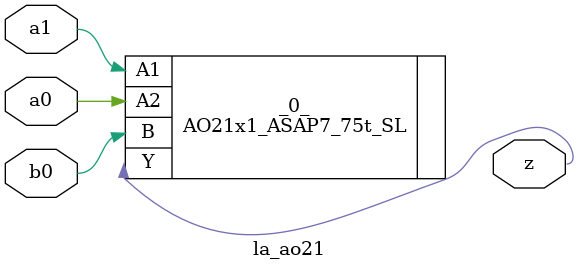
<source format=v>

/* Generated by Yosys 0.44 (git sha1 80ba43d26, g++ 11.4.0-1ubuntu1~22.04 -fPIC -O3) */

(* top =  1  *)
(* src = "inputs/la_ao21.v:10.1-21.10" *)
module la_ao21 (
    a0,
    a1,
    b0,
    z
);
  (* src = "inputs/la_ao21.v:13.12-13.14" *)
  input a0;
  wire a0;
  (* src = "inputs/la_ao21.v:14.12-14.14" *)
  input a1;
  wire a1;
  (* src = "inputs/la_ao21.v:15.12-15.14" *)
  input b0;
  wire b0;
  (* src = "inputs/la_ao21.v:16.12-16.13" *)
  output z;
  wire z;
  AO21x1_ASAP7_75t_SL _0_ (
      .A1(a1),
      .A2(a0),
      .B (b0),
      .Y (z)
  );
endmodule

</source>
